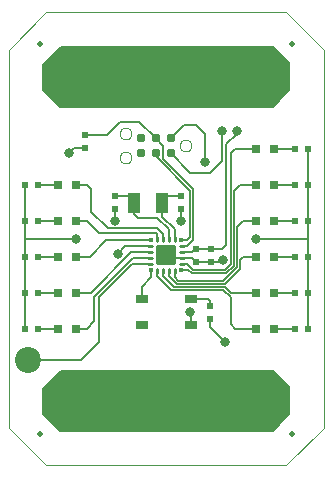
<source format=gtl>
G75*
%MOIN*%
%OFA0B0*%
%FSLAX25Y25*%
%IPPOS*%
%LPD*%
%AMOC8*
5,1,8,0,0,1.08239X$1,22.5*
%
%ADD10C,0.00400*%
%ADD11R,0.02362X0.01969*%
%ADD12R,0.04134X0.02559*%
%ADD13R,0.03150X0.03150*%
%ADD14R,0.04331X0.06693*%
%ADD15C,0.01969*%
%ADD16C,0.01260*%
%ADD17R,0.01339X0.01339*%
%ADD18C,0.01102*%
%ADD19R,0.01969X0.02362*%
%ADD20C,0.03100*%
%ADD21C,0.00000*%
%ADD22C,0.08661*%
%ADD23C,0.00500*%
%ADD24C,0.03169*%
D10*
X0013750Y0001250D02*
X0001250Y0013750D01*
X0001250Y0139750D01*
X0013750Y0152250D01*
X0093750Y0152250D01*
X0106250Y0139750D01*
X0106250Y0013750D01*
X0093750Y0001250D01*
X0013750Y0001250D01*
D11*
X0063750Y0069085D03*
X0063750Y0073415D03*
X0068750Y0073415D03*
X0068750Y0069085D03*
X0068250Y0054415D03*
X0068250Y0050085D03*
X0058750Y0086585D03*
X0058750Y0090915D03*
X0036750Y0090915D03*
X0036750Y0086585D03*
X0026750Y0107085D03*
X0026750Y0111415D03*
D12*
X0045581Y0056482D03*
X0045581Y0048018D03*
X0061919Y0048018D03*
X0061919Y0056482D03*
D13*
X0083797Y0058750D03*
X0089703Y0058750D03*
X0089703Y0046750D03*
X0083797Y0046750D03*
X0083797Y0070750D03*
X0089703Y0070750D03*
X0089703Y0082750D03*
X0083797Y0082750D03*
X0083797Y0094750D03*
X0089703Y0094750D03*
X0089703Y0106750D03*
X0083797Y0106750D03*
X0023703Y0094750D03*
X0017797Y0094750D03*
X0017797Y0082750D03*
X0023703Y0082750D03*
X0023703Y0070750D03*
X0017797Y0070750D03*
X0017797Y0058750D03*
X0023703Y0058750D03*
X0023703Y0046750D03*
X0017797Y0046750D03*
D14*
X0043026Y0088750D03*
X0052474Y0088750D03*
D15*
X0011750Y0141750D03*
X0095750Y0141750D03*
X0095750Y0011750D03*
X0011750Y0011750D03*
D16*
X0051231Y0073769D02*
X0056269Y0073769D01*
X0056269Y0068731D01*
X0051231Y0068731D01*
X0051231Y0073769D01*
X0051231Y0069990D02*
X0056269Y0069990D01*
X0056269Y0071249D02*
X0051231Y0071249D01*
X0051231Y0072508D02*
X0056269Y0072508D01*
X0056269Y0073767D02*
X0051231Y0073767D01*
D17*
X0048770Y0076230D03*
X0048770Y0066270D03*
X0058730Y0066270D03*
X0058730Y0076230D03*
D18*
X0058435Y0074203D02*
X0059735Y0074203D01*
X0059735Y0072234D02*
X0058435Y0072234D01*
X0058435Y0070266D02*
X0059735Y0070266D01*
X0059735Y0068297D02*
X0058435Y0068297D01*
X0056703Y0066565D02*
X0056703Y0065265D01*
X0054734Y0065265D02*
X0054734Y0066565D01*
X0052766Y0066565D02*
X0052766Y0065265D01*
X0050797Y0065265D02*
X0050797Y0066565D01*
X0049065Y0068297D02*
X0047765Y0068297D01*
X0047765Y0070266D02*
X0049065Y0070266D01*
X0049065Y0072234D02*
X0047765Y0072234D01*
X0047765Y0074203D02*
X0049065Y0074203D01*
X0050797Y0075935D02*
X0050797Y0077235D01*
X0052766Y0077235D02*
X0052766Y0075935D01*
X0054734Y0075935D02*
X0054734Y0077235D01*
X0056703Y0077235D02*
X0056703Y0075935D01*
D19*
X0096585Y0070750D03*
X0100915Y0070750D03*
X0100915Y0082750D03*
X0096585Y0082750D03*
X0096585Y0094750D03*
X0100915Y0094750D03*
X0100915Y0106750D03*
X0096585Y0106750D03*
X0096585Y0058750D03*
X0100915Y0058750D03*
X0100915Y0046750D03*
X0096585Y0046750D03*
X0010915Y0046750D03*
X0006585Y0046750D03*
X0006585Y0058750D03*
X0010915Y0058750D03*
X0010915Y0070750D03*
X0006585Y0070750D03*
X0006585Y0082750D03*
X0010915Y0082750D03*
X0010915Y0094750D03*
X0006585Y0094750D03*
D20*
X0045250Y0105250D03*
X0045250Y0110250D03*
X0050250Y0110250D03*
X0050250Y0105250D03*
X0055250Y0105250D03*
X0055250Y0110250D03*
D21*
X0058300Y0107750D02*
X0058302Y0107838D01*
X0058308Y0107926D01*
X0058318Y0108014D01*
X0058332Y0108101D01*
X0058350Y0108187D01*
X0058371Y0108272D01*
X0058397Y0108357D01*
X0058426Y0108440D01*
X0058459Y0108522D01*
X0058496Y0108602D01*
X0058536Y0108680D01*
X0058580Y0108757D01*
X0058627Y0108831D01*
X0058678Y0108903D01*
X0058731Y0108973D01*
X0058788Y0109041D01*
X0058848Y0109105D01*
X0058911Y0109167D01*
X0058976Y0109226D01*
X0059044Y0109282D01*
X0059115Y0109335D01*
X0059187Y0109385D01*
X0059262Y0109431D01*
X0059339Y0109474D01*
X0059418Y0109514D01*
X0059499Y0109549D01*
X0059581Y0109582D01*
X0059664Y0109610D01*
X0059749Y0109635D01*
X0059835Y0109655D01*
X0059921Y0109672D01*
X0060008Y0109685D01*
X0060096Y0109694D01*
X0060184Y0109699D01*
X0060272Y0109700D01*
X0060360Y0109697D01*
X0060448Y0109690D01*
X0060535Y0109679D01*
X0060622Y0109664D01*
X0060708Y0109645D01*
X0060794Y0109623D01*
X0060878Y0109596D01*
X0060960Y0109566D01*
X0061042Y0109532D01*
X0061122Y0109494D01*
X0061199Y0109453D01*
X0061275Y0109409D01*
X0061349Y0109361D01*
X0061421Y0109309D01*
X0061490Y0109255D01*
X0061557Y0109197D01*
X0061621Y0109137D01*
X0061682Y0109073D01*
X0061741Y0109007D01*
X0061796Y0108939D01*
X0061848Y0108867D01*
X0061897Y0108794D01*
X0061942Y0108719D01*
X0061984Y0108641D01*
X0062023Y0108562D01*
X0062058Y0108481D01*
X0062089Y0108398D01*
X0062116Y0108315D01*
X0062140Y0108230D01*
X0062160Y0108144D01*
X0062176Y0108057D01*
X0062188Y0107970D01*
X0062196Y0107882D01*
X0062200Y0107794D01*
X0062200Y0107706D01*
X0062196Y0107618D01*
X0062188Y0107530D01*
X0062176Y0107443D01*
X0062160Y0107356D01*
X0062140Y0107270D01*
X0062116Y0107185D01*
X0062089Y0107102D01*
X0062058Y0107019D01*
X0062023Y0106938D01*
X0061984Y0106859D01*
X0061942Y0106781D01*
X0061897Y0106706D01*
X0061848Y0106633D01*
X0061796Y0106561D01*
X0061741Y0106493D01*
X0061682Y0106427D01*
X0061621Y0106363D01*
X0061557Y0106303D01*
X0061490Y0106245D01*
X0061421Y0106191D01*
X0061349Y0106139D01*
X0061275Y0106091D01*
X0061199Y0106047D01*
X0061122Y0106006D01*
X0061042Y0105968D01*
X0060960Y0105934D01*
X0060878Y0105904D01*
X0060794Y0105877D01*
X0060708Y0105855D01*
X0060622Y0105836D01*
X0060535Y0105821D01*
X0060448Y0105810D01*
X0060360Y0105803D01*
X0060272Y0105800D01*
X0060184Y0105801D01*
X0060096Y0105806D01*
X0060008Y0105815D01*
X0059921Y0105828D01*
X0059835Y0105845D01*
X0059749Y0105865D01*
X0059664Y0105890D01*
X0059581Y0105918D01*
X0059499Y0105951D01*
X0059418Y0105986D01*
X0059339Y0106026D01*
X0059262Y0106069D01*
X0059187Y0106115D01*
X0059115Y0106165D01*
X0059044Y0106218D01*
X0058976Y0106274D01*
X0058911Y0106333D01*
X0058848Y0106395D01*
X0058788Y0106459D01*
X0058731Y0106527D01*
X0058678Y0106597D01*
X0058627Y0106669D01*
X0058580Y0106743D01*
X0058536Y0106820D01*
X0058496Y0106898D01*
X0058459Y0106978D01*
X0058426Y0107060D01*
X0058397Y0107143D01*
X0058371Y0107228D01*
X0058350Y0107313D01*
X0058332Y0107399D01*
X0058318Y0107486D01*
X0058308Y0107574D01*
X0058302Y0107662D01*
X0058300Y0107750D01*
X0038300Y0103750D02*
X0038302Y0103838D01*
X0038308Y0103926D01*
X0038318Y0104014D01*
X0038332Y0104101D01*
X0038350Y0104187D01*
X0038371Y0104272D01*
X0038397Y0104357D01*
X0038426Y0104440D01*
X0038459Y0104522D01*
X0038496Y0104602D01*
X0038536Y0104680D01*
X0038580Y0104757D01*
X0038627Y0104831D01*
X0038678Y0104903D01*
X0038731Y0104973D01*
X0038788Y0105041D01*
X0038848Y0105105D01*
X0038911Y0105167D01*
X0038976Y0105226D01*
X0039044Y0105282D01*
X0039115Y0105335D01*
X0039187Y0105385D01*
X0039262Y0105431D01*
X0039339Y0105474D01*
X0039418Y0105514D01*
X0039499Y0105549D01*
X0039581Y0105582D01*
X0039664Y0105610D01*
X0039749Y0105635D01*
X0039835Y0105655D01*
X0039921Y0105672D01*
X0040008Y0105685D01*
X0040096Y0105694D01*
X0040184Y0105699D01*
X0040272Y0105700D01*
X0040360Y0105697D01*
X0040448Y0105690D01*
X0040535Y0105679D01*
X0040622Y0105664D01*
X0040708Y0105645D01*
X0040794Y0105623D01*
X0040878Y0105596D01*
X0040960Y0105566D01*
X0041042Y0105532D01*
X0041122Y0105494D01*
X0041199Y0105453D01*
X0041275Y0105409D01*
X0041349Y0105361D01*
X0041421Y0105309D01*
X0041490Y0105255D01*
X0041557Y0105197D01*
X0041621Y0105137D01*
X0041682Y0105073D01*
X0041741Y0105007D01*
X0041796Y0104939D01*
X0041848Y0104867D01*
X0041897Y0104794D01*
X0041942Y0104719D01*
X0041984Y0104641D01*
X0042023Y0104562D01*
X0042058Y0104481D01*
X0042089Y0104398D01*
X0042116Y0104315D01*
X0042140Y0104230D01*
X0042160Y0104144D01*
X0042176Y0104057D01*
X0042188Y0103970D01*
X0042196Y0103882D01*
X0042200Y0103794D01*
X0042200Y0103706D01*
X0042196Y0103618D01*
X0042188Y0103530D01*
X0042176Y0103443D01*
X0042160Y0103356D01*
X0042140Y0103270D01*
X0042116Y0103185D01*
X0042089Y0103102D01*
X0042058Y0103019D01*
X0042023Y0102938D01*
X0041984Y0102859D01*
X0041942Y0102781D01*
X0041897Y0102706D01*
X0041848Y0102633D01*
X0041796Y0102561D01*
X0041741Y0102493D01*
X0041682Y0102427D01*
X0041621Y0102363D01*
X0041557Y0102303D01*
X0041490Y0102245D01*
X0041421Y0102191D01*
X0041349Y0102139D01*
X0041275Y0102091D01*
X0041199Y0102047D01*
X0041122Y0102006D01*
X0041042Y0101968D01*
X0040960Y0101934D01*
X0040878Y0101904D01*
X0040794Y0101877D01*
X0040708Y0101855D01*
X0040622Y0101836D01*
X0040535Y0101821D01*
X0040448Y0101810D01*
X0040360Y0101803D01*
X0040272Y0101800D01*
X0040184Y0101801D01*
X0040096Y0101806D01*
X0040008Y0101815D01*
X0039921Y0101828D01*
X0039835Y0101845D01*
X0039749Y0101865D01*
X0039664Y0101890D01*
X0039581Y0101918D01*
X0039499Y0101951D01*
X0039418Y0101986D01*
X0039339Y0102026D01*
X0039262Y0102069D01*
X0039187Y0102115D01*
X0039115Y0102165D01*
X0039044Y0102218D01*
X0038976Y0102274D01*
X0038911Y0102333D01*
X0038848Y0102395D01*
X0038788Y0102459D01*
X0038731Y0102527D01*
X0038678Y0102597D01*
X0038627Y0102669D01*
X0038580Y0102743D01*
X0038536Y0102820D01*
X0038496Y0102898D01*
X0038459Y0102978D01*
X0038426Y0103060D01*
X0038397Y0103143D01*
X0038371Y0103228D01*
X0038350Y0103313D01*
X0038332Y0103399D01*
X0038318Y0103486D01*
X0038308Y0103574D01*
X0038302Y0103662D01*
X0038300Y0103750D01*
X0038300Y0111750D02*
X0038302Y0111838D01*
X0038308Y0111926D01*
X0038318Y0112014D01*
X0038332Y0112101D01*
X0038350Y0112187D01*
X0038371Y0112272D01*
X0038397Y0112357D01*
X0038426Y0112440D01*
X0038459Y0112522D01*
X0038496Y0112602D01*
X0038536Y0112680D01*
X0038580Y0112757D01*
X0038627Y0112831D01*
X0038678Y0112903D01*
X0038731Y0112973D01*
X0038788Y0113041D01*
X0038848Y0113105D01*
X0038911Y0113167D01*
X0038976Y0113226D01*
X0039044Y0113282D01*
X0039115Y0113335D01*
X0039187Y0113385D01*
X0039262Y0113431D01*
X0039339Y0113474D01*
X0039418Y0113514D01*
X0039499Y0113549D01*
X0039581Y0113582D01*
X0039664Y0113610D01*
X0039749Y0113635D01*
X0039835Y0113655D01*
X0039921Y0113672D01*
X0040008Y0113685D01*
X0040096Y0113694D01*
X0040184Y0113699D01*
X0040272Y0113700D01*
X0040360Y0113697D01*
X0040448Y0113690D01*
X0040535Y0113679D01*
X0040622Y0113664D01*
X0040708Y0113645D01*
X0040794Y0113623D01*
X0040878Y0113596D01*
X0040960Y0113566D01*
X0041042Y0113532D01*
X0041122Y0113494D01*
X0041199Y0113453D01*
X0041275Y0113409D01*
X0041349Y0113361D01*
X0041421Y0113309D01*
X0041490Y0113255D01*
X0041557Y0113197D01*
X0041621Y0113137D01*
X0041682Y0113073D01*
X0041741Y0113007D01*
X0041796Y0112939D01*
X0041848Y0112867D01*
X0041897Y0112794D01*
X0041942Y0112719D01*
X0041984Y0112641D01*
X0042023Y0112562D01*
X0042058Y0112481D01*
X0042089Y0112398D01*
X0042116Y0112315D01*
X0042140Y0112230D01*
X0042160Y0112144D01*
X0042176Y0112057D01*
X0042188Y0111970D01*
X0042196Y0111882D01*
X0042200Y0111794D01*
X0042200Y0111706D01*
X0042196Y0111618D01*
X0042188Y0111530D01*
X0042176Y0111443D01*
X0042160Y0111356D01*
X0042140Y0111270D01*
X0042116Y0111185D01*
X0042089Y0111102D01*
X0042058Y0111019D01*
X0042023Y0110938D01*
X0041984Y0110859D01*
X0041942Y0110781D01*
X0041897Y0110706D01*
X0041848Y0110633D01*
X0041796Y0110561D01*
X0041741Y0110493D01*
X0041682Y0110427D01*
X0041621Y0110363D01*
X0041557Y0110303D01*
X0041490Y0110245D01*
X0041421Y0110191D01*
X0041349Y0110139D01*
X0041275Y0110091D01*
X0041199Y0110047D01*
X0041122Y0110006D01*
X0041042Y0109968D01*
X0040960Y0109934D01*
X0040878Y0109904D01*
X0040794Y0109877D01*
X0040708Y0109855D01*
X0040622Y0109836D01*
X0040535Y0109821D01*
X0040448Y0109810D01*
X0040360Y0109803D01*
X0040272Y0109800D01*
X0040184Y0109801D01*
X0040096Y0109806D01*
X0040008Y0109815D01*
X0039921Y0109828D01*
X0039835Y0109845D01*
X0039749Y0109865D01*
X0039664Y0109890D01*
X0039581Y0109918D01*
X0039499Y0109951D01*
X0039418Y0109986D01*
X0039339Y0110026D01*
X0039262Y0110069D01*
X0039187Y0110115D01*
X0039115Y0110165D01*
X0039044Y0110218D01*
X0038976Y0110274D01*
X0038911Y0110333D01*
X0038848Y0110395D01*
X0038788Y0110459D01*
X0038731Y0110527D01*
X0038678Y0110597D01*
X0038627Y0110669D01*
X0038580Y0110743D01*
X0038536Y0110820D01*
X0038496Y0110898D01*
X0038459Y0110978D01*
X0038426Y0111060D01*
X0038397Y0111143D01*
X0038371Y0111228D01*
X0038350Y0111313D01*
X0038332Y0111399D01*
X0038318Y0111486D01*
X0038308Y0111574D01*
X0038302Y0111662D01*
X0038300Y0111750D01*
D22*
X0007750Y0036250D03*
D23*
X0025250Y0036250D01*
X0031250Y0042250D01*
X0031250Y0057250D01*
X0042297Y0068297D01*
X0048415Y0068297D01*
X0048400Y0070250D02*
X0048415Y0070266D01*
X0048400Y0070250D02*
X0042750Y0070250D01*
X0029750Y0057250D01*
X0029750Y0049250D01*
X0027250Y0046750D01*
X0023703Y0046750D01*
X0017797Y0046750D02*
X0010915Y0046750D01*
X0006585Y0046750D02*
X0006585Y0058750D01*
X0006585Y0070750D01*
X0006585Y0082750D01*
X0006585Y0076750D01*
X0023750Y0076750D01*
X0023703Y0082750D02*
X0027250Y0082750D01*
X0031250Y0078750D01*
X0050250Y0078750D01*
X0050797Y0078203D01*
X0050797Y0076585D01*
X0052766Y0076585D02*
X0052766Y0078234D01*
X0050750Y0080250D01*
X0034250Y0080250D01*
X0028750Y0085750D01*
X0028750Y0093250D01*
X0027250Y0094750D01*
X0023703Y0094750D01*
X0017797Y0094750D02*
X0010915Y0094750D01*
X0006585Y0094750D02*
X0006585Y0082750D01*
X0010915Y0082750D02*
X0017797Y0082750D01*
X0017797Y0070750D02*
X0010915Y0070750D01*
X0010915Y0058750D02*
X0017797Y0058750D01*
X0023703Y0058750D02*
X0028750Y0058750D01*
X0042234Y0072234D01*
X0048415Y0072234D01*
X0048415Y0074203D02*
X0040203Y0074203D01*
X0037750Y0071750D01*
X0033730Y0076230D02*
X0028250Y0070750D01*
X0023703Y0070750D01*
X0033730Y0076230D02*
X0048770Y0076230D01*
X0054734Y0076585D02*
X0054734Y0079766D01*
X0050750Y0083750D01*
X0044250Y0083750D01*
X0043026Y0084974D01*
X0043026Y0088750D01*
X0043026Y0090915D01*
X0036750Y0090915D01*
X0036750Y0086585D02*
X0036750Y0082750D01*
X0048770Y0066270D02*
X0048770Y0063770D01*
X0045581Y0060581D01*
X0045581Y0056482D01*
X0050797Y0064203D02*
X0055250Y0059750D01*
X0072750Y0059750D01*
X0075250Y0057250D01*
X0075250Y0048250D01*
X0076750Y0046750D01*
X0083797Y0046750D01*
X0089703Y0046750D02*
X0096585Y0046750D01*
X0100915Y0046750D02*
X0100915Y0058750D01*
X0100915Y0070750D01*
X0100915Y0076750D01*
X0083750Y0076750D01*
X0083797Y0082750D02*
X0079250Y0082750D01*
X0077250Y0080750D01*
X0077250Y0067250D01*
X0072750Y0062750D01*
X0057750Y0062750D01*
X0056703Y0063797D01*
X0056703Y0065915D01*
X0054734Y0065915D02*
X0054734Y0064266D01*
X0057250Y0061750D01*
X0073250Y0061750D01*
X0078250Y0066750D01*
X0078250Y0069750D01*
X0079250Y0070750D01*
X0083797Y0070750D01*
X0089703Y0070750D02*
X0096585Y0070750D01*
X0100915Y0070750D02*
X0100915Y0082750D01*
X0100915Y0094750D01*
X0100915Y0106750D01*
X0096585Y0106750D02*
X0089703Y0106750D01*
X0083797Y0106750D02*
X0076750Y0106750D01*
X0075250Y0105250D01*
X0075250Y0068250D01*
X0073250Y0066250D01*
X0062750Y0066250D01*
X0060703Y0068297D01*
X0059085Y0068297D01*
X0059085Y0070266D02*
X0054734Y0070266D01*
X0053750Y0071250D01*
X0056703Y0076585D02*
X0056703Y0079797D01*
X0052474Y0084026D01*
X0052474Y0088750D01*
X0052474Y0090915D01*
X0058750Y0090915D01*
X0061750Y0092750D02*
X0050250Y0104250D01*
X0050250Y0105250D01*
X0052750Y0103250D02*
X0052750Y0107750D01*
X0050250Y0110250D01*
X0044750Y0115750D01*
X0038250Y0115750D01*
X0033915Y0111415D01*
X0026750Y0111415D01*
X0026750Y0107085D02*
X0023085Y0107085D01*
X0021250Y0105250D01*
X0018250Y0120750D02*
X0012750Y0126250D01*
X0012750Y0134750D01*
X0018750Y0140750D01*
X0089250Y0140750D01*
X0094750Y0135250D01*
X0094750Y0126250D01*
X0089250Y0120750D01*
X0018250Y0120750D01*
X0018107Y0120893D02*
X0089393Y0120893D01*
X0089891Y0121391D02*
X0017609Y0121391D01*
X0017110Y0121890D02*
X0090390Y0121890D01*
X0090888Y0122388D02*
X0016612Y0122388D01*
X0016113Y0122887D02*
X0091387Y0122887D01*
X0091885Y0123385D02*
X0015615Y0123385D01*
X0015116Y0123884D02*
X0092384Y0123884D01*
X0092882Y0124382D02*
X0014618Y0124382D01*
X0014119Y0124881D02*
X0093381Y0124881D01*
X0093879Y0125379D02*
X0013621Y0125379D01*
X0013122Y0125878D02*
X0094378Y0125878D01*
X0094750Y0126376D02*
X0012750Y0126376D01*
X0012750Y0126875D02*
X0094750Y0126875D01*
X0094750Y0127373D02*
X0012750Y0127373D01*
X0012750Y0127872D02*
X0094750Y0127872D01*
X0094750Y0128370D02*
X0012750Y0128370D01*
X0012750Y0128869D02*
X0094750Y0128869D01*
X0094750Y0129367D02*
X0012750Y0129367D01*
X0012750Y0129866D02*
X0094750Y0129866D01*
X0094750Y0130364D02*
X0012750Y0130364D01*
X0012750Y0130863D02*
X0094750Y0130863D01*
X0094750Y0131361D02*
X0012750Y0131361D01*
X0012750Y0131860D02*
X0094750Y0131860D01*
X0094750Y0132358D02*
X0012750Y0132358D01*
X0012750Y0132857D02*
X0094750Y0132857D01*
X0094750Y0133355D02*
X0012750Y0133355D01*
X0012750Y0133854D02*
X0094750Y0133854D01*
X0094750Y0134353D02*
X0012750Y0134353D01*
X0012851Y0134851D02*
X0094750Y0134851D01*
X0094650Y0135350D02*
X0013350Y0135350D01*
X0013848Y0135848D02*
X0094152Y0135848D01*
X0093653Y0136347D02*
X0014347Y0136347D01*
X0014845Y0136845D02*
X0093155Y0136845D01*
X0092656Y0137344D02*
X0015344Y0137344D01*
X0015842Y0137842D02*
X0092158Y0137842D01*
X0091659Y0138341D02*
X0016341Y0138341D01*
X0016839Y0138839D02*
X0091161Y0138839D01*
X0090662Y0139338D02*
X0017338Y0139338D01*
X0017836Y0139836D02*
X0090164Y0139836D01*
X0089665Y0140335D02*
X0018335Y0140335D01*
X0052750Y0103250D02*
X0062750Y0093250D01*
X0062750Y0076250D01*
X0060703Y0074203D01*
X0059085Y0074203D01*
X0059085Y0072234D02*
X0062569Y0072234D01*
X0063750Y0073415D01*
X0068750Y0073415D01*
X0072415Y0073415D01*
X0073750Y0074750D01*
X0073750Y0108250D01*
X0077250Y0111750D01*
X0077250Y0112750D01*
X0072250Y0112750D02*
X0072250Y0102750D01*
X0068250Y0098750D01*
X0061750Y0098750D01*
X0055250Y0105250D01*
X0055250Y0110250D02*
X0059750Y0114750D01*
X0063750Y0114750D01*
X0066750Y0111750D01*
X0066750Y0102250D01*
X0061750Y0092750D02*
X0061750Y0077250D01*
X0060730Y0076230D01*
X0058730Y0076230D01*
X0059085Y0070266D02*
X0062569Y0070266D01*
X0063750Y0069085D01*
X0068750Y0069085D01*
X0072085Y0069085D01*
X0072750Y0069750D01*
X0076250Y0067750D02*
X0073750Y0065250D01*
X0062250Y0065250D01*
X0061230Y0066270D01*
X0058730Y0066270D01*
X0056250Y0060750D02*
X0073250Y0060750D01*
X0075250Y0058750D01*
X0083797Y0058750D01*
X0089703Y0058750D02*
X0096585Y0058750D01*
X0096585Y0082750D02*
X0089703Y0082750D01*
X0089703Y0094750D02*
X0096585Y0094750D01*
X0083797Y0094750D02*
X0078250Y0094750D01*
X0076250Y0092750D01*
X0076250Y0067750D01*
X0067699Y0056482D02*
X0068250Y0055931D01*
X0068250Y0054415D01*
X0067699Y0056482D02*
X0061919Y0056482D01*
X0061750Y0052250D02*
X0061919Y0052081D01*
X0061919Y0048018D01*
X0068250Y0047250D02*
X0073250Y0042250D01*
X0068250Y0047250D02*
X0068250Y0050085D01*
X0056250Y0060750D02*
X0052766Y0064234D01*
X0052766Y0065915D01*
X0050797Y0065915D02*
X0050797Y0064203D01*
X0058750Y0082750D02*
X0058750Y0086585D01*
X0089250Y0032750D02*
X0094750Y0027250D01*
X0094750Y0018250D01*
X0089250Y0012750D01*
X0018250Y0012750D01*
X0012750Y0018250D01*
X0012750Y0026750D01*
X0018750Y0032750D01*
X0089250Y0032750D01*
X0089344Y0032656D02*
X0018656Y0032656D01*
X0018158Y0032158D02*
X0089842Y0032158D01*
X0090341Y0031659D02*
X0017659Y0031659D01*
X0017161Y0031161D02*
X0090839Y0031161D01*
X0091338Y0030662D02*
X0016662Y0030662D01*
X0016164Y0030164D02*
X0091836Y0030164D01*
X0092335Y0029665D02*
X0015665Y0029665D01*
X0015167Y0029167D02*
X0092833Y0029167D01*
X0093332Y0028668D02*
X0014668Y0028668D01*
X0014170Y0028170D02*
X0093830Y0028170D01*
X0094329Y0027671D02*
X0013671Y0027671D01*
X0013173Y0027173D02*
X0094750Y0027173D01*
X0094750Y0026674D02*
X0012750Y0026674D01*
X0012750Y0026176D02*
X0094750Y0026176D01*
X0094750Y0025677D02*
X0012750Y0025677D01*
X0012750Y0025179D02*
X0094750Y0025179D01*
X0094750Y0024680D02*
X0012750Y0024680D01*
X0012750Y0024182D02*
X0094750Y0024182D01*
X0094750Y0023683D02*
X0012750Y0023683D01*
X0012750Y0023184D02*
X0094750Y0023184D01*
X0094750Y0022686D02*
X0012750Y0022686D01*
X0012750Y0022187D02*
X0094750Y0022187D01*
X0094750Y0021689D02*
X0012750Y0021689D01*
X0012750Y0021190D02*
X0094750Y0021190D01*
X0094750Y0020692D02*
X0012750Y0020692D01*
X0012750Y0020193D02*
X0094750Y0020193D01*
X0094750Y0019695D02*
X0012750Y0019695D01*
X0012750Y0019196D02*
X0094750Y0019196D01*
X0094750Y0018698D02*
X0012750Y0018698D01*
X0012801Y0018199D02*
X0094699Y0018199D01*
X0094201Y0017701D02*
X0013299Y0017701D01*
X0013798Y0017202D02*
X0093702Y0017202D01*
X0093204Y0016704D02*
X0014296Y0016704D01*
X0014795Y0016205D02*
X0092705Y0016205D01*
X0092207Y0015707D02*
X0015293Y0015707D01*
X0015792Y0015208D02*
X0091708Y0015208D01*
X0091210Y0014710D02*
X0016290Y0014710D01*
X0016789Y0014211D02*
X0090711Y0014211D01*
X0090213Y0013713D02*
X0017287Y0013713D01*
X0017786Y0013214D02*
X0089714Y0013214D01*
D24*
X0073250Y0042250D03*
X0061750Y0052250D03*
X0072750Y0069750D03*
X0083750Y0076750D03*
X0066750Y0102250D03*
X0072250Y0112750D03*
X0077250Y0112750D03*
X0058750Y0082750D03*
X0037750Y0071750D03*
X0036750Y0082750D03*
X0023750Y0076750D03*
X0021250Y0105250D03*
M02*

</source>
